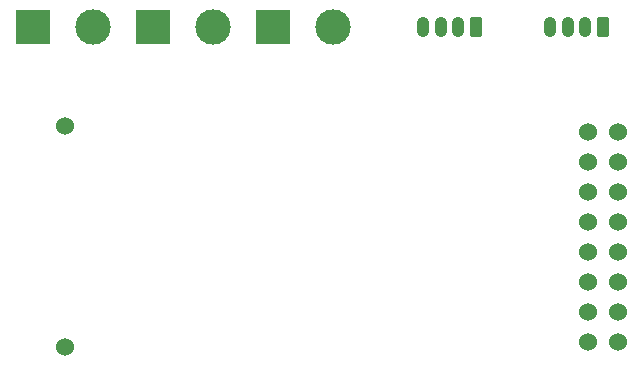
<source format=gbr>
%TF.GenerationSoftware,KiCad,Pcbnew,8.0.1*%
%TF.CreationDate,2024-09-05T21:06:45+03:00*%
%TF.ProjectId,eth-uart-breakout,6574682d-7561-4727-942d-627265616b6f,rev?*%
%TF.SameCoordinates,Original*%
%TF.FileFunction,Soldermask,Top*%
%TF.FilePolarity,Negative*%
%FSLAX46Y46*%
G04 Gerber Fmt 4.6, Leading zero omitted, Abs format (unit mm)*
G04 Created by KiCad (PCBNEW 8.0.1) date 2024-09-05 21:06:45*
%MOMM*%
%LPD*%
G01*
G04 APERTURE LIST*
G04 Aperture macros list*
%AMRoundRect*
0 Rectangle with rounded corners*
0 $1 Rounding radius*
0 $2 $3 $4 $5 $6 $7 $8 $9 X,Y pos of 4 corners*
0 Add a 4 corners polygon primitive as box body*
4,1,4,$2,$3,$4,$5,$6,$7,$8,$9,$2,$3,0*
0 Add four circle primitives for the rounded corners*
1,1,$1+$1,$2,$3*
1,1,$1+$1,$4,$5*
1,1,$1+$1,$6,$7*
1,1,$1+$1,$8,$9*
0 Add four rect primitives between the rounded corners*
20,1,$1+$1,$2,$3,$4,$5,0*
20,1,$1+$1,$4,$5,$6,$7,0*
20,1,$1+$1,$6,$7,$8,$9,0*
20,1,$1+$1,$8,$9,$2,$3,0*%
G04 Aperture macros list end*
%ADD10RoundRect,0.250000X0.265000X0.615000X-0.265000X0.615000X-0.265000X-0.615000X0.265000X-0.615000X0*%
%ADD11O,1.030000X1.730000*%
%ADD12R,3.000000X3.000000*%
%ADD13C,3.000000*%
%ADD14C,1.524000*%
G04 APERTURE END LIST*
D10*
%TO.C,J2*%
X106680000Y-60960000D03*
D11*
X105180000Y-60960000D03*
X103680000Y-60960000D03*
X102180000Y-60960000D03*
%TD*%
D12*
%TO.C,J4*%
X68580000Y-60960000D03*
D13*
X73660000Y-60960000D03*
%TD*%
D12*
%TO.C,J3*%
X58420000Y-60960000D03*
D13*
X63500000Y-60960000D03*
%TD*%
D14*
%TO.C,U1*%
X107950000Y-69850000D03*
X105410000Y-69850000D03*
X107950000Y-72390000D03*
X105410000Y-72390000D03*
X107950000Y-74930000D03*
X105410000Y-74930000D03*
X107950000Y-77470000D03*
X105410000Y-77470000D03*
X107950000Y-80010000D03*
X105410000Y-80010000D03*
X107950000Y-82550000D03*
X105410000Y-82550000D03*
X107950000Y-85090000D03*
X105410000Y-85090000D03*
X107950000Y-87630000D03*
X105410000Y-87630000D03*
X61100000Y-69365000D03*
X61100000Y-88115000D03*
%TD*%
D12*
%TO.C,J5*%
X78740000Y-60960000D03*
D13*
X83820000Y-60960000D03*
%TD*%
D10*
%TO.C,J1*%
X95940000Y-60960000D03*
D11*
X94440000Y-60960000D03*
X92940000Y-60960000D03*
X91440000Y-60960000D03*
%TD*%
M02*

</source>
